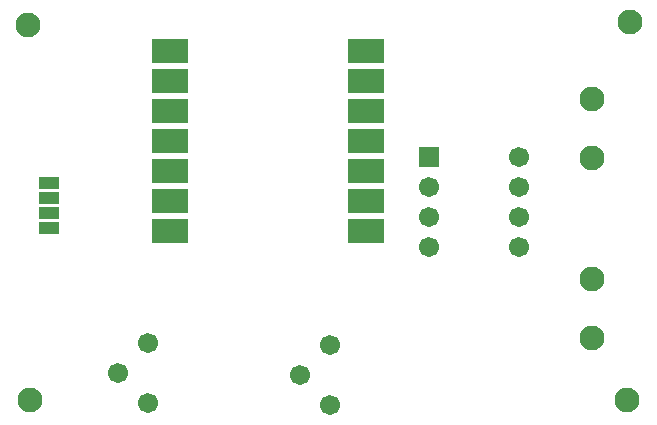
<source format=gts>
G04 Layer: TopSolderMaskLayer*
G04 EasyEDA v6.5.50, 2025-05-02 13:44:32*
G04 9c8b662e0eda49d2b6f133a678b52552,4ea17189a5af4923b0f09c00d4425dfb,10*
G04 Gerber Generator version 0.2*
G04 Scale: 100 percent, Rotated: No, Reflected: No *
G04 Dimensions in millimeters *
G04 leading zeros omitted , absolute positions ,4 integer and 5 decimal *
%FSLAX45Y45*%
%MOMM*%

%AMMACRO1*4,1,8,-1.5211,-1.0008,-1.5508,-0.9708,-1.5508,0.971,-1.5211,1.0008,1.5208,1.0008,1.5508,0.971,1.5508,-0.9708,1.5208,-1.0008,-1.5211,-1.0008,0*%
%AMMACRO2*4,1,8,-0.8212,-0.8509,-0.8509,-0.8209,-0.8509,0.8212,-0.8212,0.8509,0.8209,0.8509,0.8509,0.8212,0.8509,-0.8209,0.8209,-0.8509,-0.8212,-0.8509,0*%
%AMMACRO3*4,1,8,-0.8212,-0.4953,-0.8509,-0.4653,-0.8509,0.4656,-0.8212,0.4953,0.8209,0.4953,0.8509,0.4656,0.8509,-0.4653,0.8209,-0.4953,-0.8212,-0.4953,0*%
%ADD10MACRO1*%
%ADD11MACRO2*%
%ADD12C,1.7018*%
%ADD13C,2.1016*%
%ADD14C,1.7016*%
%ADD15MACRO3*%
%ADD16C,0.0153*%

%LPD*%
D10*
G01*
X2217991Y6007100D03*
G01*
X2217991Y5753100D03*
G01*
X2217991Y5499100D03*
G01*
X2217991Y5245100D03*
G01*
X2217991Y4991100D03*
G01*
X2217991Y4737100D03*
G01*
X2217991Y4483100D03*
G01*
X3878008Y4483100D03*
G01*
X3878008Y4737100D03*
G01*
X3878008Y4991100D03*
G01*
X3878008Y5245100D03*
G01*
X3878008Y5499100D03*
G01*
X3878008Y5753100D03*
G01*
X3878008Y6007100D03*
D11*
G01*
X4406900Y5105400D03*
D12*
G01*
X4406900Y4851400D03*
G01*
X4406900Y4597400D03*
G01*
X4406900Y4343400D03*
G01*
X5168900Y4343400D03*
G01*
X5168900Y4597400D03*
G01*
X5168900Y4851400D03*
G01*
X5168900Y5105400D03*
D13*
G01*
X1016000Y6223000D03*
G01*
X1028700Y3048000D03*
G01*
X6108700Y6248400D03*
G01*
X6083300Y3048000D03*
D14*
G01*
X1778000Y3276600D03*
G01*
X2032000Y3022600D03*
G01*
X2032000Y3530600D03*
G01*
X3314700Y3263900D03*
G01*
X3568700Y3009900D03*
G01*
X3568700Y3517900D03*
D13*
G01*
X5791200Y5597144D03*
G01*
X5791200Y5096255D03*
G01*
X5791200Y4073144D03*
G01*
X5791200Y3572255D03*
D15*
G01*
X1193800Y4635500D03*
G01*
X1193800Y4508500D03*
G01*
X1193800Y4762500D03*
G01*
X1193800Y4889500D03*
D14*
G01*
X2218004Y6007100D03*
G01*
X2218004Y5753100D03*
G01*
X2218004Y5499100D03*
G01*
X2218004Y4991100D03*
G01*
X2218004Y4737100D03*
G01*
X2218004Y4483100D03*
G01*
X3877995Y6007100D03*
G01*
X3877995Y5753100D03*
G01*
X3877995Y5499100D03*
G01*
X3877995Y5245100D03*
G01*
X3877995Y4991100D03*
G01*
X3877995Y4737100D03*
G01*
X3877995Y4483100D03*
G01*
X2218004Y5245100D03*
M02*

</source>
